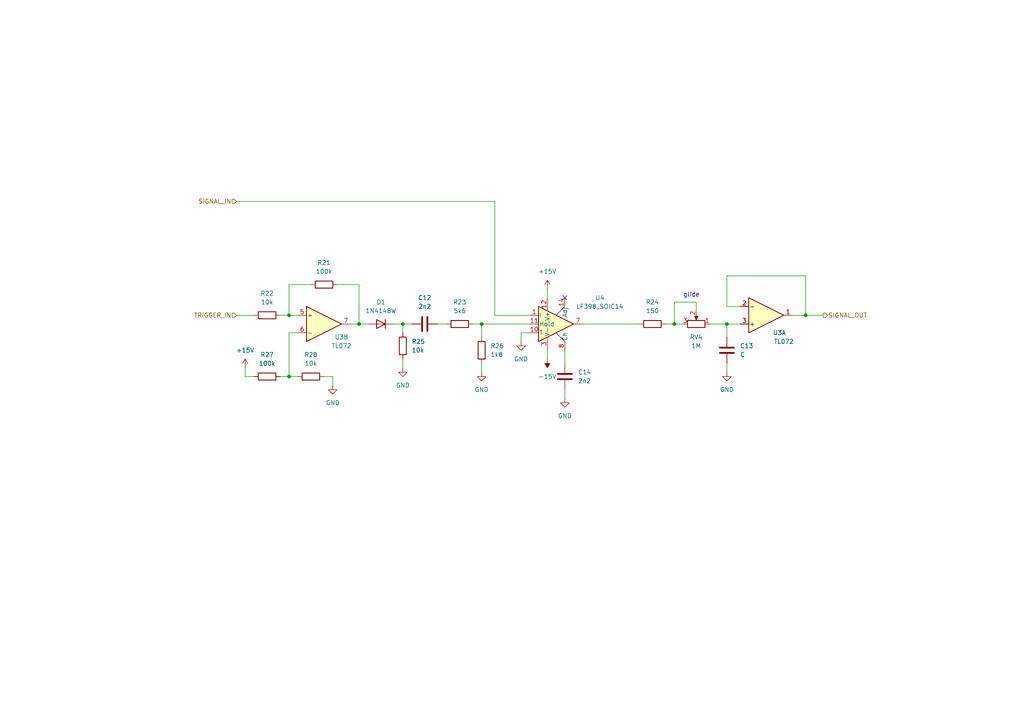
<source format=kicad_sch>
(kicad_sch (version 20211123) (generator eeschema)
  (paper "A4")
  (title_block (title "Josh Ox Ribbon Synth Sample and Hold Board") (date "2022-06-08") (rev "0") (comment 1 "creativecommons.org/licences/by/4.0") (comment 2 "License: CC by 4.0") (comment 3 "Author: Jordan Aceto"))
  (lib_symbols
    (symbol "Amplifier_Operational:TL072" (pin_names (offset 0.127))
      (property "Reference" "U" (at 0 5.08 0))
      (property "Value" "TL072" (at 0 -5.08 0))
      (symbol "TL072_1_1"
        (polyline (pts (xy -5.08 5.08) (xy 5.08 0) (xy -5.08 -5.08) (xy -5.08 5.08)) (stroke (width 0.254)) (fill (type background)))
        (pin output line (at 7.62 0 180) (length 2.54) (name "~") (number "1"))
        (pin input line (at -7.62 -2.54 0) (length 2.54) (name "-") (number "2"))
        (pin input line (at -7.62 2.54 0) (length 2.54) (name "+") (number "3"))
      )
      (symbol "TL072_2_1"
        (polyline (pts (xy -5.08 5.08) (xy 5.08 0) (xy -5.08 -5.08) (xy -5.08 5.08)) (stroke (width 0.254)) (fill (type background)))
        (pin input line (at -7.62 2.54 0) (length 2.54) (name "+") (number "5"))
        (pin input line (at -7.62 -2.54 0) (length 2.54) (name "-") (number "6"))
        (pin output line (at 7.62 0 180) (length 2.54) (name "~") (number "7"))
      )
      (symbol "TL072_3_1"
        (pin power_in line (at -2.54 -7.62 90) (length 3.81) (name "V-") (number "4"))
        (pin power_in line (at -2.54 7.62 270) (length 3.81) (name "V+") (number "8"))
      )
    )
    (symbol "Analog:LF398_SOIC14" (pin_names (offset 0.127))
      (property "Reference" "U" (at 5.08 3.81 0))
      (property "Value" "LF398_SOIC14" (at 5.08 -2.54 0))
      (symbol "LF398_SOIC14_0_1"
        (polyline (pts (xy 0 -2.54) (xy 2.54 -5.08)))
        (polyline (pts (xy 2.54 5.08) (xy 0 2.54)))
        (polyline (pts (xy -5.08 5.08) (xy 5.08 0) (xy -5.08 -5.08) (xy -5.08 5.08)) (stroke (width 0.254)) (fill (type background)))
      )
      (symbol "LF398_SOIC14_1_1"
        (pin input line (at -7.62 2.54 0) (length 2.54) (name "I") (number "1"))
        (pin passive line (at -7.62 -2.54 0) (length 2.54) (name "T") (number "10"))
        (pin input line (at -7.62 0 0) (length 2.54) (name "Hold") (number "11"))
        (pin passive line (at -2.54 7.62 270) (length 3.81) (name "V+") (number "12"))
        (pin no_connect line (at 0 -2.54 90) (length 2.54) hide (name "NC") (number "13"))
        (pin passive line (at 2.54 7.62 270) (length 2.54) (name "Adj") (number "14"))
        (pin no_connect line (at -5.08 2.54 270) (length 2.54) hide (name "NC") (number "2"))
        (pin passive line (at -2.54 -7.62 90) (length 3.81) (name "V-") (number "3"))
        (pin no_connect line (at -2.54 2.54 270) (length 2.54) hide (name "NC") (number "4"))
        (pin no_connect line (at -5.08 -2.54 90) (length 2.54) hide (name "NC") (number "5"))
        (pin no_connect line (at -2.54 -2.54 90) (length 2.54) hide (name "NC") (number "6"))
        (pin output line (at 7.62 0 180) (length 2.54) (name "~") (number "7"))
        (pin passive line (at 2.54 -7.62 90) (length 2.54) (name "Ch") (number "8"))
        (pin no_connect line (at 0 2.54 270) (length 2.54) hide (name "NC") (number "9"))
      )
    )
    (symbol "Device:C" (pin_numbers hide) (pin_names (offset 0.254))
      (property "Reference" "C" (at 0.635 2.54 0))
      (property "Value" "C" (at 0.635 -2.54 0))
      (symbol "C_0_1"
        (polyline (pts (xy -2.032 -0.762) (xy 2.032 -0.762)) (stroke (width 0.508)))
        (polyline (pts (xy -2.032 0.762) (xy 2.032 0.762)) (stroke (width 0.508)))
      )
      (symbol "C_1_1"
        (pin passive line (at 0 3.81 270) (length 2.794) (name "~") (number "1"))
        (pin passive line (at 0 -3.81 90) (length 2.794) (name "~") (number "2"))
      )
    )
    (symbol "Device:R" (pin_numbers hide) (pin_names (offset 0))
      (property "Reference" "R" (at 2.032 0 90))
      (property "Value" "R" (at 0 0 90))
      (symbol "R_0_1"
        (rectangle (start -1.016 -2.54) (end 1.016 2.54) (stroke (width 0.254)))
      )
      (symbol "R_1_1"
        (pin passive line (at 0 3.81 270) (length 1.27) (name "~") (number "1"))
        (pin passive line (at 0 -3.81 90) (length 1.27) (name "~") (number "2"))
      )
    )
    (symbol "Device:R_Potentiometer" (pin_names (offset 1.016) hide)
      (property "Reference" "RV" (at -4.445 0 90))
      (property "Value" "R_Potentiometer" (at -2.54 0 90))
      (symbol "R_Potentiometer_0_1"
        (polyline (pts (xy 2.54 0) (xy 1.524 0)))
        (polyline (pts (xy 1.143 0) (xy 2.286 0.508) (xy 2.286 -0.508) (xy 1.143 0)) (fill (type outline)))
        (rectangle (start 1.016 2.54) (end -1.016 -2.54) (stroke (width 0.254)))
      )
      (symbol "R_Potentiometer_1_1"
        (pin passive line (at 0 3.81 270) (length 1.27) (name "1") (number "1"))
        (pin passive line (at 3.81 0 180) (length 1.27) (name "2") (number "2"))
        (pin passive line (at 0 -3.81 90) (length 1.27) (name "3") (number "3"))
      )
    )
    (symbol "Diode:1N4148W" (pin_numbers hide) (pin_names (offset 1.016) hide)
      (property "Reference" "D" (at 0 2.54 0))
      (property "Value" "1N4148W" (at 0 -2.54 0))
      (symbol "1N4148W_0_1"
        (polyline (pts (xy -1.27 1.27) (xy -1.27 -1.27)) (stroke (width 0.254)))
        (polyline (pts (xy 1.27 0) (xy -1.27 0)))
        (polyline (pts (xy 1.27 1.27) (xy 1.27 -1.27) (xy -1.27 0) (xy 1.27 1.27)) (stroke (width 0.254)))
      )
      (symbol "1N4148W_1_1"
        (pin passive line (at -3.81 0 0) (length 2.54) (name "K") (number "1"))
        (pin passive line (at 3.81 0 180) (length 2.54) (name "A") (number "2"))
      )
    )
    (symbol "power:+15V" (power) (pin_names (offset 0))
      (property "Value" "+15V" (at 0 3.556 0))
      (symbol "+15V_0_1"
        (polyline (pts (xy -0.762 1.27) (xy 0 2.54)))
        (polyline (pts (xy 0 0) (xy 0 2.54)))
        (polyline (pts (xy 0 2.54) (xy 0.762 1.27)))
      )
      (symbol "+15V_1_1"
        (pin power_in line (at 0 0 90) (length 0) hide (name "+15V") (number "1"))
      )
    )
    (symbol "power:-15V" (power) (pin_names (offset 0))
      (property "Value" "-15V" (at 0 3.81 0))
      (symbol "-15V_0_0"
        (pin power_in line (at 0 0 90) (length 0) hide (name "-15V") (number "1"))
      )
      (symbol "-15V_0_1"
        (polyline (pts (xy 0 0) (xy 0 1.27) (xy 0.762 1.27) (xy 0 2.54) (xy -0.762 1.27) (xy 0 1.27)) (fill (type outline)))
      )
    )
    (symbol "power:GND" (power) (pin_names (offset 0))
      (property "Value" "GND" (at 0 -3.81 0))
      (symbol "GND_0_1"
        (polyline (pts (xy 0 0) (xy 0 -1.27) (xy 1.27 -1.27) (xy 0 -2.54) (xy -1.27 -1.27) (xy 0 -1.27)))
      )
      (symbol "GND_1_1"
        (pin power_in line (at 0 0 270) (length 0) hide (name "GND") (number "1"))
      )
    )
  )
  (junction (at 195.58 93.98))
  (junction (at 210.82 93.98))
  (junction (at 116.84 93.98))
  (junction (at 83.82 91.44))
  (junction (at 83.82 109.22))
  (junction (at 104.14 93.98))
  (junction (at 233.68 91.44))
  (junction (at 139.7 93.98))
  (no_connect (at 163.83 86.36))
  (wire (pts (xy 96.52 109.22) (xy 93.98 109.22)))
  (wire (pts (xy 90.17 82.55) (xy 83.82 82.55)))
  (wire (pts (xy 83.82 109.22) (xy 83.82 96.52)))
  (wire (pts (xy 195.58 93.98) (xy 195.58 87.63)))
  (wire (pts (xy 139.7 105.41) (xy 139.7 107.95)))
  (wire (pts (xy 205.74 93.98) (xy 210.82 93.98)))
  (wire (pts (xy 81.28 91.44) (xy 83.82 91.44)))
  (wire (pts (xy 68.58 91.44) (xy 73.66 91.44)))
  (wire (pts (xy 83.82 96.52) (xy 86.36 96.52)))
  (wire (pts (xy 104.14 93.98) (xy 106.68 93.98)))
  (wire (pts (xy 151.13 96.52) (xy 151.13 99.06)))
  (wire (pts (xy 210.82 105.41) (xy 210.82 107.95)))
  (wire (pts (xy 233.68 91.44) (xy 238.76 91.44)))
  (wire (pts (xy 233.68 80.01) (xy 233.68 91.44)))
  (wire (pts (xy 233.68 91.44) (xy 229.87 91.44)))
  (wire (pts (xy 71.12 106.68) (xy 71.12 109.22)))
  (wire (pts (xy 71.12 109.22) (xy 73.66 109.22)))
  (wire (pts (xy 210.82 88.9) (xy 210.82 80.01)))
  (wire (pts (xy 168.91 93.98) (xy 185.42 93.98)))
  (wire (pts (xy 116.84 106.68) (xy 116.84 104.14)))
  (wire (pts (xy 151.13 96.52) (xy 153.67 96.52)))
  (wire (pts (xy 163.83 105.41) (xy 163.83 101.6)))
  (wire (pts (xy 137.16 93.98) (xy 139.7 93.98)))
  (wire (pts (xy 83.82 91.44) (xy 86.36 91.44)))
  (wire (pts (xy 193.04 93.98) (xy 195.58 93.98)))
  (wire (pts (xy 139.7 93.98) (xy 153.67 93.98)))
  (wire (pts (xy 163.83 113.03) (xy 163.83 115.57)))
  (wire (pts (xy 210.82 93.98) (xy 214.63 93.98)))
  (wire (pts (xy 81.28 109.22) (xy 83.82 109.22)))
  (wire (pts (xy 143.51 58.42) (xy 68.58 58.42)))
  (wire (pts (xy 158.75 83.82) (xy 158.75 86.36)))
  (wire (pts (xy 83.82 109.22) (xy 86.36 109.22)))
  (wire (pts (xy 116.84 96.52) (xy 116.84 93.98)))
  (wire (pts (xy 201.93 87.63) (xy 201.93 90.17)))
  (wire (pts (xy 210.82 97.79) (xy 210.82 93.98)))
  (wire (pts (xy 104.14 93.98) (xy 104.14 82.55)))
  (wire (pts (xy 214.63 88.9) (xy 210.82 88.9)))
  (wire (pts (xy 116.84 93.98) (xy 119.38 93.98)))
  (wire (pts (xy 83.82 82.55) (xy 83.82 91.44)))
  (wire (pts (xy 158.75 101.6) (xy 158.75 104.14)))
  (wire (pts (xy 195.58 93.98) (xy 198.12 93.98)))
  (wire (pts (xy 101.6 93.98) (xy 104.14 93.98)))
  (wire (pts (xy 153.67 91.44) (xy 143.51 91.44)))
  (wire (pts (xy 139.7 97.79) (xy 139.7 93.98)))
  (wire (pts (xy 96.52 111.76) (xy 96.52 109.22)))
  (wire (pts (xy 104.14 82.55) (xy 97.79 82.55)))
  (wire (pts (xy 116.84 93.98) (xy 114.3 93.98)))
  (wire (pts (xy 127 93.98) (xy 129.54 93.98)))
  (wire (pts (xy 210.82 80.01) (xy 233.68 80.01)))
  (wire (pts (xy 143.51 91.44) (xy 143.51 58.42)))
  (wire (pts (xy 195.58 87.63) (xy 201.93 87.63)))
  (text "glide" (at 198.12 86.36 0) (effects (font (size 1.27 1.27)) (justify left bottom)))
  (hierarchical_label "TRIGGER_IN" (shape input) (at 68.58 91.44 180))
  (hierarchical_label "SIGNAL_IN" (shape input) (at 68.58 58.42 180))
  (hierarchical_label "SIGNAL_OUT" (shape output) (at 238.76 91.44 0))
  (symbol (lib_id "power:GND") (at 116.84 106.68 0) (unit 1)
    (property "Reference" "#PWR021" (effects hide))
    (property "Value" "GND" (at 116.84 111.76 0))
  )
  (symbol (lib_id "Device:R") (at 93.98 82.55 90) (unit 1)
    (property "Reference" "R21" (at 93.98 76.2 90))
    (property "Value" "100k" (at 93.98 78.74 90))
    (property "Footprint" "Resistor_SMD:R_0805_2012Metric" (effects hide))
  )
  (symbol (lib_id "Amplifier_Operational:TL072") (at 93.98 93.98 0) (unit 2)
    (property "Reference" "U3" (at 99.06 97.79 0))
    (property "Value" "TL072" (at 99.06 100.33 0))
    (property "Footprint" "Package_SO:SO-8_5.3x6.2mm_P1.27mm" (effects hide))
    (property "Datasheet" "http://www.ti.com/lit/ds/symlink/tl071.pdf" (effects hide))
  )
  (symbol (lib_id "power:+15V") (at 158.75 83.82 0) (unit 1)
    (property "Reference" "#PWR017" (effects hide))
    (property "Value" "+15V" (at 158.75 78.74 0))
  )
  (symbol (lib_id "Device:R") (at 189.23 93.98 90) (unit 1)
    (property "Reference" "R24" (at 189.23 87.63 90))
    (property "Value" "150" (at 189.23 90.17 90))
    (property "Footprint" "Resistor_SMD:R_0805_2012Metric" (effects hide))
  )
  (symbol (lib_id "Device:C") (at 123.19 93.98 90) (unit 1)
    (property "Reference" "C12" (at 123.19 86.36 90))
    (property "Value" "2n2" (at 123.19 88.9 90))
    (property "Footprint" "Capacitor_SMD:C_0805_2012Metric" (effects hide))
  )
  (symbol (lib_id "Analog:LF398_SOIC14") (at 161.29 93.98 0) (unit 1)
    (property "Reference" "U4" (at 173.99 86.36 0))
    (property "Value" "LF398_SOIC14" (at 173.99 88.9 0))
    (property "Footprint" "Package_SO:SOIC-14_3.9x8.7mm_P1.27mm" (effects hide))
    (property "Datasheet" "http://www.ti.com/lit/ds/symlink/lf398-n.pdf" (effects hide))
  )
  (symbol (lib_id "Device:R") (at 77.47 109.22 90) (unit 1)
    (property "Reference" "R27" (at 77.47 102.87 90))
    (property "Value" "100k" (at 77.47 105.41 90))
    (property "Footprint" "Resistor_SMD:R_0805_2012Metric" (effects hide))
  )
  (symbol (lib_id "power:GND") (at 210.82 107.95 0) (unit 1)
    (property "Reference" "#PWR023" (effects hide))
    (property "Value" "GND" (at 210.82 113.03 0))
  )
  (symbol (lib_id "power:GND") (at 163.83 115.57 0) (unit 1)
    (property "Reference" "#PWR025" (effects hide))
    (property "Value" "GND" (at 163.83 120.65 0))
  )
  (symbol (lib_id "power:+15V") (at 71.12 106.68 0) (unit 1)
    (property "Reference" "#PWR020" (effects hide))
    (property "Value" "+15V" (at 71.12 101.6 0))
  )
  (symbol (lib_id "Device:R") (at 90.17 109.22 90) (unit 1)
    (property "Reference" "R28" (at 90.17 102.87 90))
    (property "Value" "10k" (at 90.17 105.41 90))
    (property "Footprint" "Resistor_SMD:R_0805_2012Metric" (effects hide))
  )
  (symbol (lib_id "Device:R") (at 77.47 91.44 90) (unit 1)
    (property "Reference" "R22" (at 77.47 85.09 90))
    (property "Value" "10k" (at 77.47 87.63 90))
    (property "Footprint" "Resistor_SMD:R_0805_2012Metric" (effects hide))
  )
  (symbol (lib_id "power:GND") (at 96.52 111.76 0) (unit 1)
    (property "Reference" "#PWR024" (effects hide))
    (property "Value" "GND" (at 96.52 116.84 0))
  )
  (symbol (lib_id "Amplifier_Operational:TL072") (at 222.25 91.44 0) (mirror x) (unit 1)
    (property "Reference" "U3" (at 226.06 96.52 0))
    (property "Value" "TL072" (at 227.33 99.06 0))
    (property "Footprint" "Package_SO:SO-8_5.3x6.2mm_P1.27mm" (effects hide))
    (property "Datasheet" "http://www.ti.com/lit/ds/symlink/tl071.pdf" (effects hide))
  )
  (symbol (lib_id "power:GND") (at 139.7 107.95 0) (unit 1)
    (property "Reference" "#PWR022" (effects hide))
    (property "Value" "GND" (at 139.7 113.03 0))
  )
  (symbol (lib_id "Diode:1N4148W") (at 110.49 93.98 180) (unit 1)
    (property "Reference" "D1" (at 110.49 87.63 0))
    (property "Value" "1N4148W" (at 110.49 90.17 0))
    (property "Footprint" "Diode_SMD:D_SOD-123" (effects hide))
    (property "Datasheet" "https://www.vishay.com/docs/85748/1n4148w.pdf" (effects hide))
  )
  (symbol (lib_id "Device:R") (at 116.84 100.33 0) (unit 1)
    (property "Reference" "R25" (at 119.38 99.0599 0) (effects (justify left)))
    (property "Value" "10k" (at 119.38 101.5999 0) (effects (justify left)))
    (property "Footprint" "Resistor_SMD:R_0805_2012Metric" (effects hide))
  )
  (symbol (lib_id "Device:R") (at 133.35 93.98 90) (unit 1)
    (property "Reference" "R23" (at 133.35 87.63 90))
    (property "Value" "5k6" (at 133.35 90.17 90))
    (property "Footprint" "Resistor_SMD:R_0805_2012Metric" (effects hide))
  )
  (symbol (lib_id "Device:R_Potentiometer") (at 201.93 93.98 270) (mirror x) (unit 1)
    (property "Reference" "RV4" (at 201.93 97.79 90))
    (property "Value" "1M" (at 201.93 100.33 90))
    (property "Footprint" "Potentiometer_THT:Potentiometer_Alpha_RD901F-40-00D_Single_Vertical" (effects hide))
  )
  (symbol (lib_id "Device:C") (at 163.83 109.22 0) (unit 1)
    (property "Reference" "C14" (at 167.64 107.9499 0) (effects (justify left)))
    (property "Value" "2n2" (at 167.64 110.4899 0) (effects (justify left)))
    (property "Footprint" "Capacitor_THT:C_Rect_L7.2mm_W2.5mm_P5.00mm_FKS2_FKP2_MKS2_MKP2" (effects hide))
  )
  (symbol (lib_id "power:GND") (at 151.13 99.06 0) (unit 1)
    (property "Reference" "#PWR018" (effects hide))
    (property "Value" "GND" (at 151.13 104.14 0))
  )
  (symbol (lib_id "power:-15V") (at 158.75 104.14 180) (unit 1)
    (property "Reference" "#PWR019" (effects hide))
    (property "Value" "-15V" (at 158.75 109.22 0))
  )
  (symbol (lib_id "Device:R") (at 139.7 101.6 0) (unit 1)
    (property "Reference" "R26" (at 142.24 100.3299 0) (effects (justify left)))
    (property "Value" "1k8" (at 142.24 102.8699 0) (effects (justify left)))
    (property "Footprint" "Resistor_SMD:R_0805_2012Metric" (effects hide))
  )
  (symbol (lib_id "Device:C") (at 210.82 101.6 0) (unit 1)
    (property "Reference" "C13" (at 214.63 100.3299 0) (effects (justify left)))
    (property "Value" "C" (at 214.63 102.8699 0) (effects (justify left)))
    (property "Footprint" "Capacitor_SMD:C_0805_2012Metric" (effects hide))
  )
)
</source>
